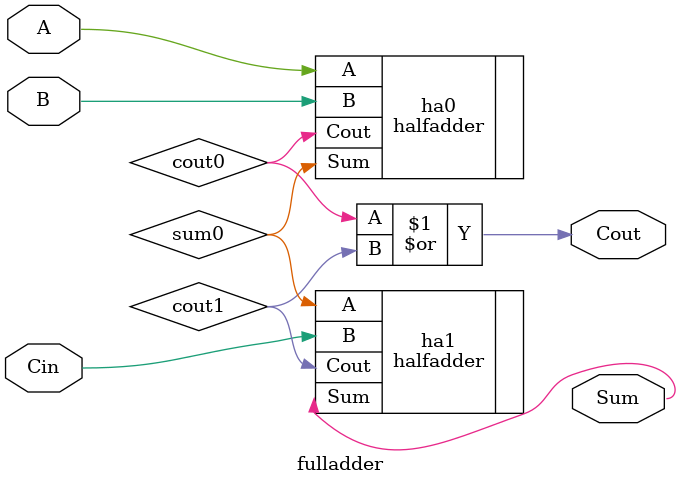
<source format=v>
`timescale 1ns / 1ps


module fulladder(
    input A,
    input B,
    input Cin,
    output Cout,
    output Sum
    );
    
    wire cout0, sum0, cout1;
    
    halfadder ha0(.A(A), .B(B), .Sum(sum0), .Cout(cout0));
    halfadder ha1(.A(sum0), .B(Cin), .Sum(Sum), .Cout(cout1));
    
    or(Cout, cout0, cout1);
    
  
endmodule

</source>
